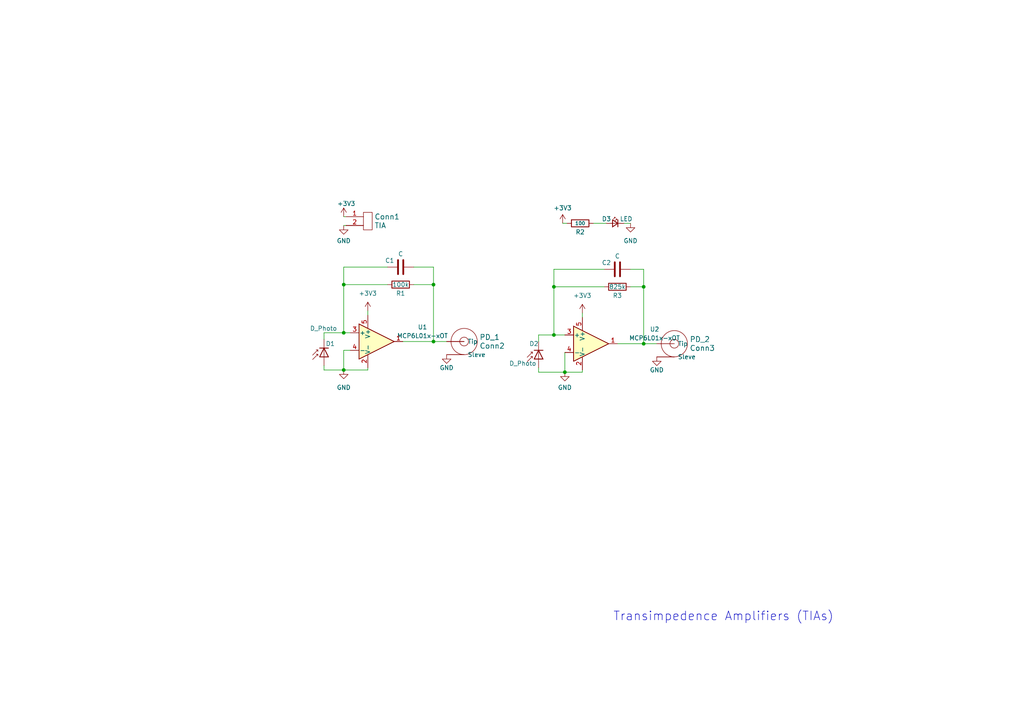
<source format=kicad_sch>
(kicad_sch (version 20230121) (generator eeschema)
  (paper "A4")
  (lib_symbols
    (symbol "Amplifier_Operational:MCP6L01x-xOT" (pin_names (offset 0.127))
      (property "Reference" "U" (at -1.27 6.35 0))
      (property "Value" "MCP6L01x-xOT" (at -1.27 3.81 0))
      (symbol "MCP6L01x-xOT_0_1"
        (polyline (pts (xy -5.08 5.08) (xy 5.08 0) (xy -5.08 -5.08) (xy -5.08 5.08)) (stroke (width 0.254)) (fill (type background)))
        (pin power_in line (at -2.54 -7.62 90) (length 3.81) (name "V-") (number "2"))
        (pin power_in line (at -2.54 7.62 270) (length 3.81) (name "V+") (number "5"))
      )
      (symbol "MCP6L01x-xOT_1_1"
        (pin output line (at 7.62 0 180) (length 2.54) (name "~") (number "1"))
        (pin input line (at -7.62 2.54 0) (length 2.54) (name "+") (number "3"))
        (pin input line (at -7.62 -2.54 0) (length 2.54) (name "-") (number "4"))
      )
    )
    (symbol "Device:C" (pin_numbers hide) (pin_names (offset 0.254))
      (property "Reference" "C" (at 0.635 2.54 0))
      (property "Value" "C" (at 0.635 -2.54 0))
      (symbol "C_0_1"
        (polyline (pts (xy -2.032 -0.762) (xy 2.032 -0.762)) (stroke (width 0.508)))
        (polyline (pts (xy -2.032 0.762) (xy 2.032 0.762)) (stroke (width 0.508)))
      )
      (symbol "C_1_1"
        (pin passive line (at 0 3.81 270) (length 2.794) (name "~") (number "1"))
        (pin passive line (at 0 -3.81 90) (length 2.794) (name "~") (number "2"))
      )
    )
    (symbol "Device:D_Photo" (pin_numbers hide) (pin_names hide)
      (property "Reference" "D" (at 0.508 1.778 0))
      (property "Value" "D_Photo" (at -1.016 -2.794 0))
      (symbol "D_Photo_0_1"
        (polyline (pts (xy -2.54 1.27) (xy -2.54 -1.27)) (stroke (width 0.254)))
        (polyline (pts (xy -2.032 1.778) (xy -1.524 1.778)))
        (polyline (pts (xy 0 0) (xy -2.54 0)))
        (polyline (pts (xy -0.508 3.302) (xy -2.032 1.778) (xy -2.032 2.286)))
        (polyline (pts (xy 0 -1.27) (xy 0 1.27) (xy -2.54 0) (xy 0 -1.27)) (stroke (width 0.254)))
        (polyline (pts (xy 0.762 3.302) (xy -0.762 1.778) (xy -0.762 2.286) (xy -0.762 1.778) (xy -0.254 1.778)))
      )
      (symbol "D_Photo_1_1"
        (pin passive line (at -5.08 0 0) (length 2.54) (name "K") (number "1"))
        (pin passive line (at 2.54 0 180) (length 2.54) (name "A") (number "2"))
      )
    )
    (symbol "Device:LED_Small" (pin_numbers hide) (pin_names (offset 0.254) hide)
      (property "Reference" "D" (at -1.27 3.175 0))
      (property "Value" "LED_Small" (at -4.445 -2.54 0))
      (symbol "LED_Small_0_1"
        (polyline (pts (xy -0.762 -1.016) (xy -0.762 1.016)) (stroke (width 0.254)))
        (polyline (pts (xy 1.016 0) (xy -0.762 0)))
        (polyline (pts (xy 0.762 -1.016) (xy -0.762 0) (xy 0.762 1.016) (xy 0.762 -1.016)) (stroke (width 0.254)))
        (polyline (pts (xy 0 0.762) (xy -0.508 1.27) (xy -0.254 1.27) (xy -0.508 1.27) (xy -0.508 1.016)))
        (polyline (pts (xy 0.508 1.27) (xy 0 1.778) (xy 0.254 1.778) (xy 0 1.778) (xy 0 1.524)))
      )
      (symbol "LED_Small_1_1"
        (pin passive line (at -2.54 0 0) (length 1.778) (name "K") (number "1"))
        (pin passive line (at 2.54 0 180) (length 1.778) (name "A") (number "2"))
      )
    )
    (symbol "Device:R" (pin_numbers hide) (pin_names (offset 0))
      (property "Reference" "R" (at 2.032 0 90))
      (property "Value" "R" (at 0 0 90))
      (symbol "R_0_1"
        (rectangle (start -1.016 -2.54) (end 1.016 2.54) (stroke (width 0.254)))
      )
      (symbol "R_1_1"
        (pin passive line (at 0 3.81 270) (length 1.27) (name "~") (number "1"))
        (pin passive line (at 0 -3.81 90) (length 1.27) (name "~") (number "2"))
      )
    )
    (symbol "MRDT_Connectors:Molex_SL_02" (pin_names (offset 1.016))
      (property "Reference" "Conn" (at 3.81 -1.27 0))
      (property "Value" "Molex_SL_02" (at 1.27 6.35 0))
      (symbol "Molex_SL_02_0_1"
        (rectangle (start 0 5.08) (end 2.54 0))
      )
      (symbol "Molex_SL_02_1_1"
        (pin input line (at -5.08 3.81 0) (length 5.08) (name "~") (number "1"))
        (pin input line (at -5.08 1.27 0) (length 5.08) (name "~") (number "2"))
      )
    )
    (symbol "MRDT_Connectors:RP-SMA" (pin_numbers hide) (pin_names (offset 1.016))
      (property "Reference" "Conn" (at 3.81 -5.08 0))
      (property "Value" "RP-SMA" (at 0 5.08 0))
      (symbol "RP-SMA_0_1"
        (circle (center 0 0) (radius 1.27))
        (circle (center 0 0) (radius 3.81))
      )
      (symbol "RP-SMA_1_1"
        (pin input line (at 5.08 0 180) (length 5.08) (name "Tip") (number "1"))
        (pin input line (at 5.08 -3.81 180) (length 5.08) (name "Sleve") (number "2"))
      )
    )
    (symbol "power:+3V3" (power) (pin_names (offset 0))
      (property "Value" "+3V3" (at 0 3.556 0))
      (symbol "+3V3_0_1"
        (polyline (pts (xy -0.762 1.27) (xy 0 2.54)))
        (polyline (pts (xy 0 0) (xy 0 2.54)))
        (polyline (pts (xy 0 2.54) (xy 0.762 1.27)))
      )
      (symbol "+3V3_1_1"
        (pin power_in line (at 0 0 90) (length 0) hide (name "+3V3") (number "1"))
      )
    )
    (symbol "power:GND" (power) (pin_names (offset 0))
      (property "Value" "GND" (at 0 -3.81 0))
      (symbol "GND_0_1"
        (polyline (pts (xy 0 0) (xy 0 -1.27) (xy 1.27 -1.27) (xy 0 -2.54) (xy -1.27 -1.27) (xy 0 -1.27)))
      )
      (symbol "GND_1_1"
        (pin power_in line (at 0 0 270) (length 0) hide (name "GND") (number "1"))
      )
    )
  )
  (junction (at 186.69 83.185))
  (junction (at 186.69 99.695))
  (junction (at 160.655 83.185))
  (junction (at 99.695 82.55))
  (junction (at 125.73 99.06))
  (junction (at 99.695 107.315))
  (junction (at 99.695 96.52))
  (junction (at 160.655 97.155))
  (junction (at 163.83 107.95))
  (junction (at 125.73 82.55))
  (wire (pts (xy 175.26 78.105) (xy 160.655 78.105)))
  (wire (pts (xy 99.695 107.315) (xy 99.695 101.6)))
  (wire (pts (xy 182.88 83.185) (xy 186.69 83.185)))
  (wire (pts (xy 93.98 96.52) (xy 99.695 96.52)))
  (wire (pts (xy 179.07 99.695) (xy 186.69 99.695)))
  (wire (pts (xy 99.695 101.6) (xy 101.6 101.6)))
  (wire (pts (xy 99.695 62.865) (xy 100.33 62.865)))
  (wire (pts (xy 168.91 107.315) (xy 168.91 107.95)))
  (wire (pts (xy 106.68 107.315) (xy 106.68 106.68)))
  (wire (pts (xy 99.695 77.47) (xy 99.695 82.55)))
  (wire (pts (xy 99.695 96.52) (xy 101.6 96.52)))
  (wire (pts (xy 163.195 64.77) (xy 164.465 64.77)))
  (wire (pts (xy 99.695 82.55) (xy 99.695 96.52)))
  (wire (pts (xy 160.655 83.185) (xy 160.655 97.155)))
  (wire (pts (xy 93.98 98.425) (xy 93.98 96.52)))
  (wire (pts (xy 175.26 83.185) (xy 160.655 83.185)))
  (wire (pts (xy 172.085 64.77) (xy 175.895 64.77)))
  (wire (pts (xy 99.695 107.315) (xy 106.68 107.315)))
  (wire (pts (xy 156.21 106.68) (xy 156.21 107.95)))
  (wire (pts (xy 168.91 90.805) (xy 168.91 92.075)))
  (wire (pts (xy 112.395 82.55) (xy 99.695 82.55)))
  (wire (pts (xy 93.98 107.315) (xy 99.695 107.315)))
  (wire (pts (xy 116.84 99.06) (xy 125.73 99.06)))
  (wire (pts (xy 156.21 107.95) (xy 163.83 107.95)))
  (wire (pts (xy 160.655 78.105) (xy 160.655 83.185)))
  (wire (pts (xy 156.21 99.06) (xy 156.21 97.155)))
  (wire (pts (xy 120.015 82.55) (xy 125.73 82.55)))
  (wire (pts (xy 168.91 107.95) (xy 163.83 107.95)))
  (wire (pts (xy 120.015 77.47) (xy 125.73 77.47)))
  (wire (pts (xy 112.395 77.47) (xy 99.695 77.47)))
  (wire (pts (xy 186.69 99.695) (xy 190.5 99.695)))
  (wire (pts (xy 125.73 82.55) (xy 125.73 99.06)))
  (wire (pts (xy 163.83 102.235) (xy 163.83 107.95)))
  (wire (pts (xy 186.69 83.185) (xy 186.69 99.695)))
  (wire (pts (xy 182.88 78.105) (xy 186.69 78.105)))
  (wire (pts (xy 99.695 65.405) (xy 100.33 65.405)))
  (wire (pts (xy 180.975 64.77) (xy 182.88 64.77)))
  (wire (pts (xy 93.98 106.045) (xy 93.98 107.315)))
  (wire (pts (xy 125.73 99.06) (xy 129.54 99.06)))
  (wire (pts (xy 156.21 97.155) (xy 160.655 97.155)))
  (wire (pts (xy 125.73 77.47) (xy 125.73 82.55)))
  (wire (pts (xy 160.655 97.155) (xy 163.83 97.155)))
  (wire (pts (xy 186.69 78.105) (xy 186.69 83.185)))
  (wire (pts (xy 106.68 90.17) (xy 106.68 91.44)))
  (text "Transimpedence Amplifiers (TIAs)\n" (at 177.8 180.34 0) (effects (font (size 2.54 2.54)) (justify left bottom)))
  (symbol (lib_id "power:+3V3") (at 99.695 62.865 0) (unit 1)
    (property "Reference" "#PWR01" (effects hide))
    (property "Value" "+3V3" (at 97.79 59.055 0) (effects (justify left)))
  )
  (symbol (lib_id "Device:C") (at 179.07 78.105 90) (unit 1)
    (property "Reference" "C2" (at 175.895 76.2 90))
    (property "Value" "C" (at 179.07 74.295 90))
  )
  (symbol (lib_id "power:+3V3") (at 163.195 64.77 0) (unit 1)
    (property "Reference" "#PWR06" (effects hide))
    (property "Value" "+3V3" (at 163.195 60.325 0))
  )
  (symbol (lib_id "power:+3V3") (at 106.68 90.17 0) (unit 1)
    (property "Reference" "#PWR04" (effects hide))
    (property "Value" "+3V3" (at 106.68 85.09 0))
  )
  (symbol (lib_id "power:GND") (at 182.88 64.77 0) (unit 1)
    (property "Reference" "#PWR09" (effects hide))
    (property "Value" "GND" (at 182.88 69.85 0))
  )
  (symbol (lib_id "Device:D_Photo") (at 156.21 104.14 90) (mirror x) (unit 1)
    (property "Reference" "D2" (at 156.21 99.695 90) (effects (justify left)))
    (property "Value" "D_Photo" (at 155.575 105.41 90) (effects (justify left)))
    (property "Datasheet" "https://www.digikey.com/en/products/detail/excelitas-technologies/VTP9812FH/5885875" (effects hide))
  )
  (symbol (lib_id "Device:R") (at 116.205 82.55 90) (unit 1)
    (property "Reference" "R1" (at 116.205 85.09 90))
    (property "Value" "100k" (at 116.205 82.55 90))
  )
  (symbol (lib_id "Amplifier_Operational:MCP6L01x-xOT") (at 171.45 99.695 0) (unit 1)
    (property "Reference" "U2" (at 189.865 95.504 0))
    (property "Value" "MCP6L01x-xOT" (at 189.865 98.044 0))
    (property "Footprint" "Package_TO_SOT_SMD:SOT-23-5" (effects hide))
    (property "Datasheet" "https://ww1.microchip.com/downloads/en/DeviceDoc/20002321C.pdf" (effects hide))
  )
  (symbol (lib_id "MRDT_Connectors:Molex_SL_02") (at 105.41 66.675 0) (unit 1)
    (property "Reference" "Conn1" (at 108.585 62.865 0) (effects (font (size 1.524 1.524)) (justify left)))
    (property "Value" "TIA" (at 108.585 65.405 0) (effects (font (size 1.524 1.524)) (justify left)))
  )
  (symbol (lib_id "power:GND") (at 190.5 103.505 0) (unit 1)
    (property "Reference" "#PWR010" (effects hide))
    (property "Value" "GND" (at 190.5 107.315 0))
  )
  (symbol (lib_id "power:GND") (at 99.695 65.405 0) (unit 1)
    (property "Reference" "#PWR02" (effects hide))
    (property "Value" "GND" (at 99.695 69.85 0))
  )
  (symbol (lib_id "power:+3V3") (at 168.91 90.805 0) (unit 1)
    (property "Reference" "#PWR08" (effects hide))
    (property "Value" "+3V3" (at 168.91 85.725 0))
  )
  (symbol (lib_id "Amplifier_Operational:MCP6L01x-xOT") (at 109.22 99.06 0) (unit 1)
    (property "Reference" "U1" (at 122.555 94.869 0))
    (property "Value" "MCP6L01x-xOT" (at 122.555 97.409 0))
    (property "Footprint" "Package_TO_SOT_SMD:SOT-23-5" (effects hide))
    (property "Datasheet" "https://ww1.microchip.com/downloads/en/DeviceDoc/20002321C.pdf" (effects hide))
  )
  (symbol (lib_id "MRDT_Connectors:RP-SMA") (at 134.62 99.06 0) (mirror y) (unit 1)
    (property "Reference" "Conn2" (at 139.065 100.33 0) (effects (font (size 1.524 1.524)) (justify right)))
    (property "Value" "PD_1" (at 139.065 97.79 0) (effects (font (size 1.524 1.524)) (justify right)))
    (property "Datasheet" "https://www.digikey.com/en/products/detail/taoglas-limited/EMPCB.SMAFSTJ.B.HT/3522337?utm_adgroup=&utm_source=google&utm_medium=cpc&utm_campaign=PMax_Product_Connectors%20and%20Interconnects&utm_term=&utm_content=&gclid=Cj0KCQjwvL-oBhCxARIsAHkOiu2gV6IwbOZ9WuFLv--P6MObOJwDspMgvSUKpoDBA3UvCzwANp0NqZUaAjNZEALw_wcB" (effects hide))
  )
  (symbol (lib_id "power:GND") (at 129.54 102.87 0) (unit 1)
    (property "Reference" "#PWR05" (effects hide))
    (property "Value" "GND" (at 129.54 106.68 0))
  )
  (symbol (lib_id "Device:LED_Small") (at 178.435 64.77 0) (mirror y) (unit 1)
    (property "Reference" "D3" (at 175.895 63.5 0))
    (property "Value" "LED" (at 181.61 63.5 0))
    (property "Footprint" "LED_SMD:LED_0603_1608Metric_Pad1.05x0.95mm_HandSolder" (effects hide))
  )
  (symbol (lib_id "Device:R") (at 179.07 83.185 90) (unit 1)
    (property "Reference" "R3" (at 179.07 85.725 90))
    (property "Value" "825k" (at 179.07 83.185 90))
  )
  (symbol (lib_id "Device:R") (at 168.275 64.77 90) (unit 1)
    (property "Reference" "R2" (at 168.275 67.31 90))
    (property "Value" "100" (at 168.275 64.77 90) (effects (font (size 0.9906 0.9906))))
    (property "Footprint" "Resistor_SMD:R_0603_1608Metric_Pad0.98x0.95mm_HandSolder" (effects hide))
  )
  (symbol (lib_id "Device:C") (at 116.205 77.47 90) (unit 1)
    (property "Reference" "C1" (at 113.03 75.565 90))
    (property "Value" "C" (at 116.205 73.66 90))
  )
  (symbol (lib_id "Device:D_Photo") (at 93.98 103.505 90) (mirror x) (unit 1)
    (property "Reference" "D1" (at 97.155 99.695 90) (effects (justify left)))
    (property "Value" "D_Photo" (at 97.79 95.25 90) (effects (justify left)))
    (property "Datasheet" "https://www.hamamatsu.com/us/en/product/optical-sensors/infrared-detector/inassb-photovoltaic-detector/P16113-011MN.html" (effects hide))
  )
  (symbol (lib_id "power:GND") (at 99.695 107.315 0) (unit 1)
    (property "Reference" "#PWR03" (effects hide))
    (property "Value" "GND" (at 99.695 112.395 0))
  )
  (symbol (lib_id "MRDT_Connectors:RP-SMA") (at 195.58 99.695 0) (mirror y) (unit 1)
    (property "Reference" "Conn3" (at 200.025 100.965 0) (effects (font (size 1.524 1.524)) (justify right)))
    (property "Value" "PD_2" (at 200.025 98.425 0) (effects (font (size 1.524 1.524)) (justify right)))
    (property "Datasheet" "https://www.digikey.com/en/products/detail/taoglas-limited/EMPCB.SMAFSTJ.B.HT/3522337?utm_adgroup=&utm_source=google&utm_medium=cpc&utm_campaign=PMax_Product_Connectors%20and%20Interconnects&utm_term=&utm_content=&gclid=Cj0KCQjwvL-oBhCxARIsAHkOiu2gV6IwbOZ9WuFLv--P6MObOJwDspMgvSUKpoDBA3UvCzwANp0NqZUaAjNZEALw_wcB" (effects hide))
  )
  (symbol (lib_id "power:GND") (at 163.83 107.95 0) (unit 1)
    (property "Reference" "#PWR07" (effects hide))
    (property "Value" "GND" (at 163.83 112.395 0))
  )
)
</source>
